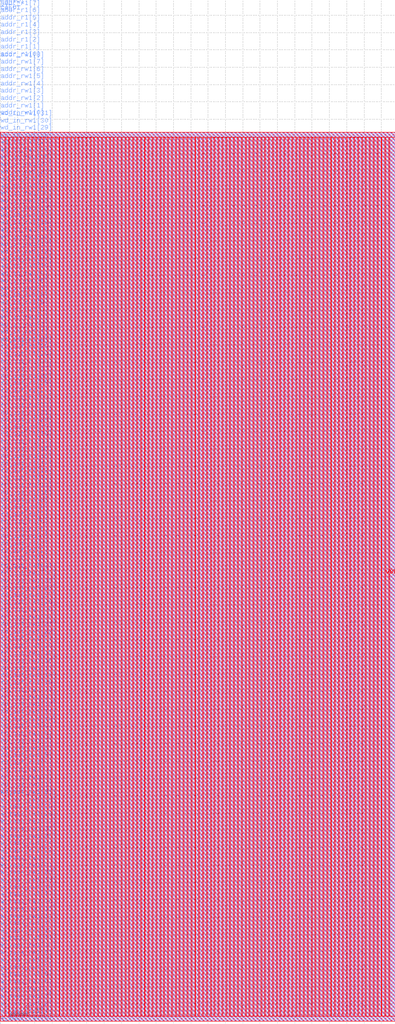
<source format=lef>
VERSION 5.7 ;
BUSBITCHARS "[]" ;
MACRO fakeram_1rw1r_32w384d_8_sram
  FOREIGN fakeram_1rw1r_32w384d_8_sram 0 0 ;
  SYMMETRY X Y R90 ;
  SIZE 114.000 BY 256.200 ;
  CLASS BLOCK ;
  PIN w_mask_rw1[0]
    DIRECTION INPUT ;
    USE SIGNAL ;
    SHAPE ABUTMENT ;
    PORT
      LAYER metal3 ;
      RECT 0.000 -0.595 0.070 -0.525 ;
    END
  END w_mask_rw1[0]
  PIN w_mask_rw1[1]
    DIRECTION INPUT ;
    USE SIGNAL ;
    SHAPE ABUTMENT ;
    PORT
      LAYER metal3 ;
      RECT 0.000 1.505 0.070 1.575 ;
    END
  END w_mask_rw1[1]
  PIN w_mask_rw1[2]
    DIRECTION INPUT ;
    USE SIGNAL ;
    SHAPE ABUTMENT ;
    PORT
      LAYER metal3 ;
      RECT 0.000 3.605 0.070 3.675 ;
    END
  END w_mask_rw1[2]
  PIN w_mask_rw1[3]
    DIRECTION INPUT ;
    USE SIGNAL ;
    SHAPE ABUTMENT ;
    PORT
      LAYER metal3 ;
      RECT 0.000 5.705 0.070 5.775 ;
    END
  END w_mask_rw1[3]
  PIN w_mask_rw1[4]
    DIRECTION INPUT ;
    USE SIGNAL ;
    SHAPE ABUTMENT ;
    PORT
      LAYER metal3 ;
      RECT 0.000 7.805 0.070 7.875 ;
    END
  END w_mask_rw1[4]
  PIN w_mask_rw1[5]
    DIRECTION INPUT ;
    USE SIGNAL ;
    SHAPE ABUTMENT ;
    PORT
      LAYER metal3 ;
      RECT 0.000 9.905 0.070 9.975 ;
    END
  END w_mask_rw1[5]
  PIN w_mask_rw1[6]
    DIRECTION INPUT ;
    USE SIGNAL ;
    SHAPE ABUTMENT ;
    PORT
      LAYER metal3 ;
      RECT 0.000 12.005 0.070 12.075 ;
    END
  END w_mask_rw1[6]
  PIN w_mask_rw1[7]
    DIRECTION INPUT ;
    USE SIGNAL ;
    SHAPE ABUTMENT ;
    PORT
      LAYER metal3 ;
      RECT 0.000 14.105 0.070 14.175 ;
    END
  END w_mask_rw1[7]
  PIN w_mask_rw1[8]
    DIRECTION INPUT ;
    USE SIGNAL ;
    SHAPE ABUTMENT ;
    PORT
      LAYER metal3 ;
      RECT 0.000 16.205 0.070 16.275 ;
    END
  END w_mask_rw1[8]
  PIN w_mask_rw1[9]
    DIRECTION INPUT ;
    USE SIGNAL ;
    SHAPE ABUTMENT ;
    PORT
      LAYER metal3 ;
      RECT 0.000 18.305 0.070 18.375 ;
    END
  END w_mask_rw1[9]
  PIN w_mask_rw1[10]
    DIRECTION INPUT ;
    USE SIGNAL ;
    SHAPE ABUTMENT ;
    PORT
      LAYER metal3 ;
      RECT 0.000 20.405 0.070 20.475 ;
    END
  END w_mask_rw1[10]
  PIN w_mask_rw1[11]
    DIRECTION INPUT ;
    USE SIGNAL ;
    SHAPE ABUTMENT ;
    PORT
      LAYER metal3 ;
      RECT 0.000 22.505 0.070 22.575 ;
    END
  END w_mask_rw1[11]
  PIN w_mask_rw1[12]
    DIRECTION INPUT ;
    USE SIGNAL ;
    SHAPE ABUTMENT ;
    PORT
      LAYER metal3 ;
      RECT 0.000 24.605 0.070 24.675 ;
    END
  END w_mask_rw1[12]
  PIN w_mask_rw1[13]
    DIRECTION INPUT ;
    USE SIGNAL ;
    SHAPE ABUTMENT ;
    PORT
      LAYER metal3 ;
      RECT 0.000 26.705 0.070 26.775 ;
    END
  END w_mask_rw1[13]
  PIN w_mask_rw1[14]
    DIRECTION INPUT ;
    USE SIGNAL ;
    SHAPE ABUTMENT ;
    PORT
      LAYER metal3 ;
      RECT 0.000 28.805 0.070 28.875 ;
    END
  END w_mask_rw1[14]
  PIN w_mask_rw1[15]
    DIRECTION INPUT ;
    USE SIGNAL ;
    SHAPE ABUTMENT ;
    PORT
      LAYER metal3 ;
      RECT 0.000 30.905 0.070 30.975 ;
    END
  END w_mask_rw1[15]
  PIN w_mask_rw1[16]
    DIRECTION INPUT ;
    USE SIGNAL ;
    SHAPE ABUTMENT ;
    PORT
      LAYER metal3 ;
      RECT 0.000 33.005 0.070 33.075 ;
    END
  END w_mask_rw1[16]
  PIN w_mask_rw1[17]
    DIRECTION INPUT ;
    USE SIGNAL ;
    SHAPE ABUTMENT ;
    PORT
      LAYER metal3 ;
      RECT 0.000 35.105 0.070 35.175 ;
    END
  END w_mask_rw1[17]
  PIN w_mask_rw1[18]
    DIRECTION INPUT ;
    USE SIGNAL ;
    SHAPE ABUTMENT ;
    PORT
      LAYER metal3 ;
      RECT 0.000 37.205 0.070 37.275 ;
    END
  END w_mask_rw1[18]
  PIN w_mask_rw1[19]
    DIRECTION INPUT ;
    USE SIGNAL ;
    SHAPE ABUTMENT ;
    PORT
      LAYER metal3 ;
      RECT 0.000 39.305 0.070 39.375 ;
    END
  END w_mask_rw1[19]
  PIN w_mask_rw1[20]
    DIRECTION INPUT ;
    USE SIGNAL ;
    SHAPE ABUTMENT ;
    PORT
      LAYER metal3 ;
      RECT 0.000 41.405 0.070 41.475 ;
    END
  END w_mask_rw1[20]
  PIN w_mask_rw1[21]
    DIRECTION INPUT ;
    USE SIGNAL ;
    SHAPE ABUTMENT ;
    PORT
      LAYER metal3 ;
      RECT 0.000 43.505 0.070 43.575 ;
    END
  END w_mask_rw1[21]
  PIN w_mask_rw1[22]
    DIRECTION INPUT ;
    USE SIGNAL ;
    SHAPE ABUTMENT ;
    PORT
      LAYER metal3 ;
      RECT 0.000 45.605 0.070 45.675 ;
    END
  END w_mask_rw1[22]
  PIN w_mask_rw1[23]
    DIRECTION INPUT ;
    USE SIGNAL ;
    SHAPE ABUTMENT ;
    PORT
      LAYER metal3 ;
      RECT 0.000 47.705 0.070 47.775 ;
    END
  END w_mask_rw1[23]
  PIN w_mask_rw1[24]
    DIRECTION INPUT ;
    USE SIGNAL ;
    SHAPE ABUTMENT ;
    PORT
      LAYER metal3 ;
      RECT 0.000 49.805 0.070 49.875 ;
    END
  END w_mask_rw1[24]
  PIN w_mask_rw1[25]
    DIRECTION INPUT ;
    USE SIGNAL ;
    SHAPE ABUTMENT ;
    PORT
      LAYER metal3 ;
      RECT 0.000 51.905 0.070 51.975 ;
    END
  END w_mask_rw1[25]
  PIN w_mask_rw1[26]
    DIRECTION INPUT ;
    USE SIGNAL ;
    SHAPE ABUTMENT ;
    PORT
      LAYER metal3 ;
      RECT 0.000 54.005 0.070 54.075 ;
    END
  END w_mask_rw1[26]
  PIN w_mask_rw1[27]
    DIRECTION INPUT ;
    USE SIGNAL ;
    SHAPE ABUTMENT ;
    PORT
      LAYER metal3 ;
      RECT 0.000 56.105 0.070 56.175 ;
    END
  END w_mask_rw1[27]
  PIN w_mask_rw1[28]
    DIRECTION INPUT ;
    USE SIGNAL ;
    SHAPE ABUTMENT ;
    PORT
      LAYER metal3 ;
      RECT 0.000 58.205 0.070 58.275 ;
    END
  END w_mask_rw1[28]
  PIN w_mask_rw1[29]
    DIRECTION INPUT ;
    USE SIGNAL ;
    SHAPE ABUTMENT ;
    PORT
      LAYER metal3 ;
      RECT 0.000 60.305 0.070 60.375 ;
    END
  END w_mask_rw1[29]
  PIN w_mask_rw1[30]
    DIRECTION INPUT ;
    USE SIGNAL ;
    SHAPE ABUTMENT ;
    PORT
      LAYER metal3 ;
      RECT 0.000 62.405 0.070 62.475 ;
    END
  END w_mask_rw1[30]
  PIN w_mask_rw1[31]
    DIRECTION INPUT ;
    USE SIGNAL ;
    SHAPE ABUTMENT ;
    PORT
      LAYER metal3 ;
      RECT 0.000 64.505 0.070 64.575 ;
    END
  END w_mask_rw1[31]
  PIN rd_out_rw1[0]
    DIRECTION OUTPUT ;
    USE SIGNAL ;
    SHAPE ABUTMENT ;
    PORT
      LAYER metal3 ;
      RECT 0.000 64.645 0.070 64.715 ;
    END
  END rd_out_rw1[0]
  PIN rd_out_rw1[1]
    DIRECTION OUTPUT ;
    USE SIGNAL ;
    SHAPE ABUTMENT ;
    PORT
      LAYER metal3 ;
      RECT 0.000 66.745 0.070 66.815 ;
    END
  END rd_out_rw1[1]
  PIN rd_out_rw1[2]
    DIRECTION OUTPUT ;
    USE SIGNAL ;
    SHAPE ABUTMENT ;
    PORT
      LAYER metal3 ;
      RECT 0.000 68.845 0.070 68.915 ;
    END
  END rd_out_rw1[2]
  PIN rd_out_rw1[3]
    DIRECTION OUTPUT ;
    USE SIGNAL ;
    SHAPE ABUTMENT ;
    PORT
      LAYER metal3 ;
      RECT 0.000 70.945 0.070 71.015 ;
    END
  END rd_out_rw1[3]
  PIN rd_out_rw1[4]
    DIRECTION OUTPUT ;
    USE SIGNAL ;
    SHAPE ABUTMENT ;
    PORT
      LAYER metal3 ;
      RECT 0.000 73.045 0.070 73.115 ;
    END
  END rd_out_rw1[4]
  PIN rd_out_rw1[5]
    DIRECTION OUTPUT ;
    USE SIGNAL ;
    SHAPE ABUTMENT ;
    PORT
      LAYER metal3 ;
      RECT 0.000 75.145 0.070 75.215 ;
    END
  END rd_out_rw1[5]
  PIN rd_out_rw1[6]
    DIRECTION OUTPUT ;
    USE SIGNAL ;
    SHAPE ABUTMENT ;
    PORT
      LAYER metal3 ;
      RECT 0.000 77.245 0.070 77.315 ;
    END
  END rd_out_rw1[6]
  PIN rd_out_rw1[7]
    DIRECTION OUTPUT ;
    USE SIGNAL ;
    SHAPE ABUTMENT ;
    PORT
      LAYER metal3 ;
      RECT 0.000 79.345 0.070 79.415 ;
    END
  END rd_out_rw1[7]
  PIN rd_out_rw1[8]
    DIRECTION OUTPUT ;
    USE SIGNAL ;
    SHAPE ABUTMENT ;
    PORT
      LAYER metal3 ;
      RECT 0.000 81.445 0.070 81.515 ;
    END
  END rd_out_rw1[8]
  PIN rd_out_rw1[9]
    DIRECTION OUTPUT ;
    USE SIGNAL ;
    SHAPE ABUTMENT ;
    PORT
      LAYER metal3 ;
      RECT 0.000 83.545 0.070 83.615 ;
    END
  END rd_out_rw1[9]
  PIN rd_out_rw1[10]
    DIRECTION OUTPUT ;
    USE SIGNAL ;
    SHAPE ABUTMENT ;
    PORT
      LAYER metal3 ;
      RECT 0.000 85.645 0.070 85.715 ;
    END
  END rd_out_rw1[10]
  PIN rd_out_rw1[11]
    DIRECTION OUTPUT ;
    USE SIGNAL ;
    SHAPE ABUTMENT ;
    PORT
      LAYER metal3 ;
      RECT 0.000 87.745 0.070 87.815 ;
    END
  END rd_out_rw1[11]
  PIN rd_out_rw1[12]
    DIRECTION OUTPUT ;
    USE SIGNAL ;
    SHAPE ABUTMENT ;
    PORT
      LAYER metal3 ;
      RECT 0.000 89.845 0.070 89.915 ;
    END
  END rd_out_rw1[12]
  PIN rd_out_rw1[13]
    DIRECTION OUTPUT ;
    USE SIGNAL ;
    SHAPE ABUTMENT ;
    PORT
      LAYER metal3 ;
      RECT 0.000 91.945 0.070 92.015 ;
    END
  END rd_out_rw1[13]
  PIN rd_out_rw1[14]
    DIRECTION OUTPUT ;
    USE SIGNAL ;
    SHAPE ABUTMENT ;
    PORT
      LAYER metal3 ;
      RECT 0.000 94.045 0.070 94.115 ;
    END
  END rd_out_rw1[14]
  PIN rd_out_rw1[15]
    DIRECTION OUTPUT ;
    USE SIGNAL ;
    SHAPE ABUTMENT ;
    PORT
      LAYER metal3 ;
      RECT 0.000 96.145 0.070 96.215 ;
    END
  END rd_out_rw1[15]
  PIN rd_out_rw1[16]
    DIRECTION OUTPUT ;
    USE SIGNAL ;
    SHAPE ABUTMENT ;
    PORT
      LAYER metal3 ;
      RECT 0.000 98.245 0.070 98.315 ;
    END
  END rd_out_rw1[16]
  PIN rd_out_rw1[17]
    DIRECTION OUTPUT ;
    USE SIGNAL ;
    SHAPE ABUTMENT ;
    PORT
      LAYER metal3 ;
      RECT 0.000 100.345 0.070 100.415 ;
    END
  END rd_out_rw1[17]
  PIN rd_out_rw1[18]
    DIRECTION OUTPUT ;
    USE SIGNAL ;
    SHAPE ABUTMENT ;
    PORT
      LAYER metal3 ;
      RECT 0.000 102.445 0.070 102.515 ;
    END
  END rd_out_rw1[18]
  PIN rd_out_rw1[19]
    DIRECTION OUTPUT ;
    USE SIGNAL ;
    SHAPE ABUTMENT ;
    PORT
      LAYER metal3 ;
      RECT 0.000 104.545 0.070 104.615 ;
    END
  END rd_out_rw1[19]
  PIN rd_out_rw1[20]
    DIRECTION OUTPUT ;
    USE SIGNAL ;
    SHAPE ABUTMENT ;
    PORT
      LAYER metal3 ;
      RECT 0.000 106.645 0.070 106.715 ;
    END
  END rd_out_rw1[20]
  PIN rd_out_rw1[21]
    DIRECTION OUTPUT ;
    USE SIGNAL ;
    SHAPE ABUTMENT ;
    PORT
      LAYER metal3 ;
      RECT 0.000 108.745 0.070 108.815 ;
    END
  END rd_out_rw1[21]
  PIN rd_out_rw1[22]
    DIRECTION OUTPUT ;
    USE SIGNAL ;
    SHAPE ABUTMENT ;
    PORT
      LAYER metal3 ;
      RECT 0.000 110.845 0.070 110.915 ;
    END
  END rd_out_rw1[22]
  PIN rd_out_rw1[23]
    DIRECTION OUTPUT ;
    USE SIGNAL ;
    SHAPE ABUTMENT ;
    PORT
      LAYER metal3 ;
      RECT 0.000 112.945 0.070 113.015 ;
    END
  END rd_out_rw1[23]
  PIN rd_out_rw1[24]
    DIRECTION OUTPUT ;
    USE SIGNAL ;
    SHAPE ABUTMENT ;
    PORT
      LAYER metal3 ;
      RECT 0.000 115.045 0.070 115.115 ;
    END
  END rd_out_rw1[24]
  PIN rd_out_rw1[25]
    DIRECTION OUTPUT ;
    USE SIGNAL ;
    SHAPE ABUTMENT ;
    PORT
      LAYER metal3 ;
      RECT 0.000 117.145 0.070 117.215 ;
    END
  END rd_out_rw1[25]
  PIN rd_out_rw1[26]
    DIRECTION OUTPUT ;
    USE SIGNAL ;
    SHAPE ABUTMENT ;
    PORT
      LAYER metal3 ;
      RECT 0.000 119.245 0.070 119.315 ;
    END
  END rd_out_rw1[26]
  PIN rd_out_rw1[27]
    DIRECTION OUTPUT ;
    USE SIGNAL ;
    SHAPE ABUTMENT ;
    PORT
      LAYER metal3 ;
      RECT 0.000 121.345 0.070 121.415 ;
    END
  END rd_out_rw1[27]
  PIN rd_out_rw1[28]
    DIRECTION OUTPUT ;
    USE SIGNAL ;
    SHAPE ABUTMENT ;
    PORT
      LAYER metal3 ;
      RECT 0.000 123.445 0.070 123.515 ;
    END
  END rd_out_rw1[28]
  PIN rd_out_rw1[29]
    DIRECTION OUTPUT ;
    USE SIGNAL ;
    SHAPE ABUTMENT ;
    PORT
      LAYER metal3 ;
      RECT 0.000 125.545 0.070 125.615 ;
    END
  END rd_out_rw1[29]
  PIN rd_out_rw1[30]
    DIRECTION OUTPUT ;
    USE SIGNAL ;
    SHAPE ABUTMENT ;
    PORT
      LAYER metal3 ;
      RECT 0.000 127.645 0.070 127.715 ;
    END
  END rd_out_rw1[30]
  PIN rd_out_rw1[31]
    DIRECTION OUTPUT ;
    USE SIGNAL ;
    SHAPE ABUTMENT ;
    PORT
      LAYER metal3 ;
      RECT 0.000 129.745 0.070 129.815 ;
    END
  END rd_out_rw1[31]
  PIN rd_out_r1[0]
    DIRECTION OUTPUT ;
    USE SIGNAL ;
    SHAPE ABUTMENT ;
    PORT
      LAYER metal3 ;
      RECT 0.000 129.885 0.070 129.955 ;
    END
  END rd_out_r1[0]
  PIN rd_out_r1[1]
    DIRECTION OUTPUT ;
    USE SIGNAL ;
    SHAPE ABUTMENT ;
    PORT
      LAYER metal3 ;
      RECT 0.000 131.985 0.070 132.055 ;
    END
  END rd_out_r1[1]
  PIN rd_out_r1[2]
    DIRECTION OUTPUT ;
    USE SIGNAL ;
    SHAPE ABUTMENT ;
    PORT
      LAYER metal3 ;
      RECT 0.000 134.085 0.070 134.155 ;
    END
  END rd_out_r1[2]
  PIN rd_out_r1[3]
    DIRECTION OUTPUT ;
    USE SIGNAL ;
    SHAPE ABUTMENT ;
    PORT
      LAYER metal3 ;
      RECT 0.000 136.185 0.070 136.255 ;
    END
  END rd_out_r1[3]
  PIN rd_out_r1[4]
    DIRECTION OUTPUT ;
    USE SIGNAL ;
    SHAPE ABUTMENT ;
    PORT
      LAYER metal3 ;
      RECT 0.000 138.285 0.070 138.355 ;
    END
  END rd_out_r1[4]
  PIN rd_out_r1[5]
    DIRECTION OUTPUT ;
    USE SIGNAL ;
    SHAPE ABUTMENT ;
    PORT
      LAYER metal3 ;
      RECT 0.000 140.385 0.070 140.455 ;
    END
  END rd_out_r1[5]
  PIN rd_out_r1[6]
    DIRECTION OUTPUT ;
    USE SIGNAL ;
    SHAPE ABUTMENT ;
    PORT
      LAYER metal3 ;
      RECT 0.000 142.485 0.070 142.555 ;
    END
  END rd_out_r1[6]
  PIN rd_out_r1[7]
    DIRECTION OUTPUT ;
    USE SIGNAL ;
    SHAPE ABUTMENT ;
    PORT
      LAYER metal3 ;
      RECT 0.000 144.585 0.070 144.655 ;
    END
  END rd_out_r1[7]
  PIN rd_out_r1[8]
    DIRECTION OUTPUT ;
    USE SIGNAL ;
    SHAPE ABUTMENT ;
    PORT
      LAYER metal3 ;
      RECT 0.000 146.685 0.070 146.755 ;
    END
  END rd_out_r1[8]
  PIN rd_out_r1[9]
    DIRECTION OUTPUT ;
    USE SIGNAL ;
    SHAPE ABUTMENT ;
    PORT
      LAYER metal3 ;
      RECT 0.000 148.785 0.070 148.855 ;
    END
  END rd_out_r1[9]
  PIN rd_out_r1[10]
    DIRECTION OUTPUT ;
    USE SIGNAL ;
    SHAPE ABUTMENT ;
    PORT
      LAYER metal3 ;
      RECT 0.000 150.885 0.070 150.955 ;
    END
  END rd_out_r1[10]
  PIN rd_out_r1[11]
    DIRECTION OUTPUT ;
    USE SIGNAL ;
    SHAPE ABUTMENT ;
    PORT
      LAYER metal3 ;
      RECT 0.000 152.985 0.070 153.055 ;
    END
  END rd_out_r1[11]
  PIN rd_out_r1[12]
    DIRECTION OUTPUT ;
    USE SIGNAL ;
    SHAPE ABUTMENT ;
    PORT
      LAYER metal3 ;
      RECT 0.000 155.085 0.070 155.155 ;
    END
  END rd_out_r1[12]
  PIN rd_out_r1[13]
    DIRECTION OUTPUT ;
    USE SIGNAL ;
    SHAPE ABUTMENT ;
    PORT
      LAYER metal3 ;
      RECT 0.000 157.185 0.070 157.255 ;
    END
  END rd_out_r1[13]
  PIN rd_out_r1[14]
    DIRECTION OUTPUT ;
    USE SIGNAL ;
    SHAPE ABUTMENT ;
    PORT
      LAYER metal3 ;
      RECT 0.000 159.285 0.070 159.355 ;
    END
  END rd_out_r1[14]
  PIN rd_out_r1[15]
    DIRECTION OUTPUT ;
    USE SIGNAL ;
    SHAPE ABUTMENT ;
    PORT
      LAYER metal3 ;
      RECT 0.000 161.385 0.070 161.455 ;
    END
  END rd_out_r1[15]
  PIN rd_out_r1[16]
    DIRECTION OUTPUT ;
    USE SIGNAL ;
    SHAPE ABUTMENT ;
    PORT
      LAYER metal3 ;
      RECT 0.000 163.485 0.070 163.555 ;
    END
  END rd_out_r1[16]
  PIN rd_out_r1[17]
    DIRECTION OUTPUT ;
    USE SIGNAL ;
    SHAPE ABUTMENT ;
    PORT
      LAYER metal3 ;
      RECT 0.000 165.585 0.070 165.655 ;
    END
  END rd_out_r1[17]
  PIN rd_out_r1[18]
    DIRECTION OUTPUT ;
    USE SIGNAL ;
    SHAPE ABUTMENT ;
    PORT
      LAYER metal3 ;
      RECT 0.000 167.685 0.070 167.755 ;
    END
  END rd_out_r1[18]
  PIN rd_out_r1[19]
    DIRECTION OUTPUT ;
    USE SIGNAL ;
    SHAPE ABUTMENT ;
    PORT
      LAYER metal3 ;
      RECT 0.000 169.785 0.070 169.855 ;
    END
  END rd_out_r1[19]
  PIN rd_out_r1[20]
    DIRECTION OUTPUT ;
    USE SIGNAL ;
    SHAPE ABUTMENT ;
    PORT
      LAYER metal3 ;
      RECT 0.000 171.885 0.070 171.955 ;
    END
  END rd_out_r1[20]
  PIN rd_out_r1[21]
    DIRECTION OUTPUT ;
    USE SIGNAL ;
    SHAPE ABUTMENT ;
    PORT
      LAYER metal3 ;
      RECT 0.000 173.985 0.070 174.055 ;
    END
  END rd_out_r1[21]
  PIN rd_out_r1[22]
    DIRECTION OUTPUT ;
    USE SIGNAL ;
    SHAPE ABUTMENT ;
    PORT
      LAYER metal3 ;
      RECT 0.000 176.085 0.070 176.155 ;
    END
  END rd_out_r1[22]
  PIN rd_out_r1[23]
    DIRECTION OUTPUT ;
    USE SIGNAL ;
    SHAPE ABUTMENT ;
    PORT
      LAYER metal3 ;
      RECT 0.000 178.185 0.070 178.255 ;
    END
  END rd_out_r1[23]
  PIN rd_out_r1[24]
    DIRECTION OUTPUT ;
    USE SIGNAL ;
    SHAPE ABUTMENT ;
    PORT
      LAYER metal3 ;
      RECT 0.000 180.285 0.070 180.355 ;
    END
  END rd_out_r1[24]
  PIN rd_out_r1[25]
    DIRECTION OUTPUT ;
    USE SIGNAL ;
    SHAPE ABUTMENT ;
    PORT
      LAYER metal3 ;
      RECT 0.000 182.385 0.070 182.455 ;
    END
  END rd_out_r1[25]
  PIN rd_out_r1[26]
    DIRECTION OUTPUT ;
    USE SIGNAL ;
    SHAPE ABUTMENT ;
    PORT
      LAYER metal3 ;
      RECT 0.000 184.485 0.070 184.555 ;
    END
  END rd_out_r1[26]
  PIN rd_out_r1[27]
    DIRECTION OUTPUT ;
    USE SIGNAL ;
    SHAPE ABUTMENT ;
    PORT
      LAYER metal3 ;
      RECT 0.000 186.585 0.070 186.655 ;
    END
  END rd_out_r1[27]
  PIN rd_out_r1[28]
    DIRECTION OUTPUT ;
    USE SIGNAL ;
    SHAPE ABUTMENT ;
    PORT
      LAYER metal3 ;
      RECT 0.000 188.685 0.070 188.755 ;
    END
  END rd_out_r1[28]
  PIN rd_out_r1[29]
    DIRECTION OUTPUT ;
    USE SIGNAL ;
    SHAPE ABUTMENT ;
    PORT
      LAYER metal3 ;
      RECT 0.000 190.785 0.070 190.855 ;
    END
  END rd_out_r1[29]
  PIN rd_out_r1[30]
    DIRECTION OUTPUT ;
    USE SIGNAL ;
    SHAPE ABUTMENT ;
    PORT
      LAYER metal3 ;
      RECT 0.000 192.885 0.070 192.955 ;
    END
  END rd_out_r1[30]
  PIN rd_out_r1[31]
    DIRECTION OUTPUT ;
    USE SIGNAL ;
    SHAPE ABUTMENT ;
    PORT
      LAYER metal3 ;
      RECT 0.000 194.985 0.070 195.055 ;
    END
  END rd_out_r1[31]
  PIN wd_in_rw1[0]
    DIRECTION INPUT ;
    USE SIGNAL ;
    SHAPE ABUTMENT ;
    PORT
      LAYER metal3 ;
      RECT 0.000 195.125 0.070 195.195 ;
    END
  END wd_in_rw1[0]
  PIN wd_in_rw1[1]
    DIRECTION INPUT ;
    USE SIGNAL ;
    SHAPE ABUTMENT ;
    PORT
      LAYER metal3 ;
      RECT 0.000 197.225 0.070 197.295 ;
    END
  END wd_in_rw1[1]
  PIN wd_in_rw1[2]
    DIRECTION INPUT ;
    USE SIGNAL ;
    SHAPE ABUTMENT ;
    PORT
      LAYER metal3 ;
      RECT 0.000 199.325 0.070 199.395 ;
    END
  END wd_in_rw1[2]
  PIN wd_in_rw1[3]
    DIRECTION INPUT ;
    USE SIGNAL ;
    SHAPE ABUTMENT ;
    PORT
      LAYER metal3 ;
      RECT 0.000 201.425 0.070 201.495 ;
    END
  END wd_in_rw1[3]
  PIN wd_in_rw1[4]
    DIRECTION INPUT ;
    USE SIGNAL ;
    SHAPE ABUTMENT ;
    PORT
      LAYER metal3 ;
      RECT 0.000 203.525 0.070 203.595 ;
    END
  END wd_in_rw1[4]
  PIN wd_in_rw1[5]
    DIRECTION INPUT ;
    USE SIGNAL ;
    SHAPE ABUTMENT ;
    PORT
      LAYER metal3 ;
      RECT 0.000 205.625 0.070 205.695 ;
    END
  END wd_in_rw1[5]
  PIN wd_in_rw1[6]
    DIRECTION INPUT ;
    USE SIGNAL ;
    SHAPE ABUTMENT ;
    PORT
      LAYER metal3 ;
      RECT 0.000 207.725 0.070 207.795 ;
    END
  END wd_in_rw1[6]
  PIN wd_in_rw1[7]
    DIRECTION INPUT ;
    USE SIGNAL ;
    SHAPE ABUTMENT ;
    PORT
      LAYER metal3 ;
      RECT 0.000 209.825 0.070 209.895 ;
    END
  END wd_in_rw1[7]
  PIN wd_in_rw1[8]
    DIRECTION INPUT ;
    USE SIGNAL ;
    SHAPE ABUTMENT ;
    PORT
      LAYER metal3 ;
      RECT 0.000 211.925 0.070 211.995 ;
    END
  END wd_in_rw1[8]
  PIN wd_in_rw1[9]
    DIRECTION INPUT ;
    USE SIGNAL ;
    SHAPE ABUTMENT ;
    PORT
      LAYER metal3 ;
      RECT 0.000 214.025 0.070 214.095 ;
    END
  END wd_in_rw1[9]
  PIN wd_in_rw1[10]
    DIRECTION INPUT ;
    USE SIGNAL ;
    SHAPE ABUTMENT ;
    PORT
      LAYER metal3 ;
      RECT 0.000 216.125 0.070 216.195 ;
    END
  END wd_in_rw1[10]
  PIN wd_in_rw1[11]
    DIRECTION INPUT ;
    USE SIGNAL ;
    SHAPE ABUTMENT ;
    PORT
      LAYER metal3 ;
      RECT 0.000 218.225 0.070 218.295 ;
    END
  END wd_in_rw1[11]
  PIN wd_in_rw1[12]
    DIRECTION INPUT ;
    USE SIGNAL ;
    SHAPE ABUTMENT ;
    PORT
      LAYER metal3 ;
      RECT 0.000 220.325 0.070 220.395 ;
    END
  END wd_in_rw1[12]
  PIN wd_in_rw1[13]
    DIRECTION INPUT ;
    USE SIGNAL ;
    SHAPE ABUTMENT ;
    PORT
      LAYER metal3 ;
      RECT 0.000 222.425 0.070 222.495 ;
    END
  END wd_in_rw1[13]
  PIN wd_in_rw1[14]
    DIRECTION INPUT ;
    USE SIGNAL ;
    SHAPE ABUTMENT ;
    PORT
      LAYER metal3 ;
      RECT 0.000 224.525 0.070 224.595 ;
    END
  END wd_in_rw1[14]
  PIN wd_in_rw1[15]
    DIRECTION INPUT ;
    USE SIGNAL ;
    SHAPE ABUTMENT ;
    PORT
      LAYER metal3 ;
      RECT 0.000 226.625 0.070 226.695 ;
    END
  END wd_in_rw1[15]
  PIN wd_in_rw1[16]
    DIRECTION INPUT ;
    USE SIGNAL ;
    SHAPE ABUTMENT ;
    PORT
      LAYER metal3 ;
      RECT 0.000 228.725 0.070 228.795 ;
    END
  END wd_in_rw1[16]
  PIN wd_in_rw1[17]
    DIRECTION INPUT ;
    USE SIGNAL ;
    SHAPE ABUTMENT ;
    PORT
      LAYER metal3 ;
      RECT 0.000 230.825 0.070 230.895 ;
    END
  END wd_in_rw1[17]
  PIN wd_in_rw1[18]
    DIRECTION INPUT ;
    USE SIGNAL ;
    SHAPE ABUTMENT ;
    PORT
      LAYER metal3 ;
      RECT 0.000 232.925 0.070 232.995 ;
    END
  END wd_in_rw1[18]
  PIN wd_in_rw1[19]
    DIRECTION INPUT ;
    USE SIGNAL ;
    SHAPE ABUTMENT ;
    PORT
      LAYER metal3 ;
      RECT 0.000 235.025 0.070 235.095 ;
    END
  END wd_in_rw1[19]
  PIN wd_in_rw1[20]
    DIRECTION INPUT ;
    USE SIGNAL ;
    SHAPE ABUTMENT ;
    PORT
      LAYER metal3 ;
      RECT 0.000 237.125 0.070 237.195 ;
    END
  END wd_in_rw1[20]
  PIN wd_in_rw1[21]
    DIRECTION INPUT ;
    USE SIGNAL ;
    SHAPE ABUTMENT ;
    PORT
      LAYER metal3 ;
      RECT 0.000 239.225 0.070 239.295 ;
    END
  END wd_in_rw1[21]
  PIN wd_in_rw1[22]
    DIRECTION INPUT ;
    USE SIGNAL ;
    SHAPE ABUTMENT ;
    PORT
      LAYER metal3 ;
      RECT 0.000 241.325 0.070 241.395 ;
    END
  END wd_in_rw1[22]
  PIN wd_in_rw1[23]
    DIRECTION INPUT ;
    USE SIGNAL ;
    SHAPE ABUTMENT ;
    PORT
      LAYER metal3 ;
      RECT 0.000 243.425 0.070 243.495 ;
    END
  END wd_in_rw1[23]
  PIN wd_in_rw1[24]
    DIRECTION INPUT ;
    USE SIGNAL ;
    SHAPE ABUTMENT ;
    PORT
      LAYER metal3 ;
      RECT 0.000 245.525 0.070 245.595 ;
    END
  END wd_in_rw1[24]
  PIN wd_in_rw1[25]
    DIRECTION INPUT ;
    USE SIGNAL ;
    SHAPE ABUTMENT ;
    PORT
      LAYER metal3 ;
      RECT 0.000 247.625 0.070 247.695 ;
    END
  END wd_in_rw1[25]
  PIN wd_in_rw1[26]
    DIRECTION INPUT ;
    USE SIGNAL ;
    SHAPE ABUTMENT ;
    PORT
      LAYER metal3 ;
      RECT 0.000 249.725 0.070 249.795 ;
    END
  END wd_in_rw1[26]
  PIN wd_in_rw1[27]
    DIRECTION INPUT ;
    USE SIGNAL ;
    SHAPE ABUTMENT ;
    PORT
      LAYER metal3 ;
      RECT 0.000 251.825 0.070 251.895 ;
    END
  END wd_in_rw1[27]
  PIN wd_in_rw1[28]
    DIRECTION INPUT ;
    USE SIGNAL ;
    SHAPE ABUTMENT ;
    PORT
      LAYER metal3 ;
      RECT 0.000 253.925 0.070 253.995 ;
    END
  END wd_in_rw1[28]
  PIN wd_in_rw1[29]
    DIRECTION INPUT ;
    USE SIGNAL ;
    SHAPE ABUTMENT ;
    PORT
      LAYER metal3 ;
      RECT 0.000 256.025 0.070 256.095 ;
    END
  END wd_in_rw1[29]
  PIN wd_in_rw1[30]
    DIRECTION INPUT ;
    USE SIGNAL ;
    SHAPE ABUTMENT ;
    PORT
      LAYER metal3 ;
      RECT 0.000 258.125 0.070 258.195 ;
    END
  END wd_in_rw1[30]
  PIN wd_in_rw1[31]
    DIRECTION INPUT ;
    USE SIGNAL ;
    SHAPE ABUTMENT ;
    PORT
      LAYER metal3 ;
      RECT 0.000 260.225 0.070 260.295 ;
    END
  END wd_in_rw1[31]
  PIN addr_rw1[0]
    DIRECTION INPUT ;
    USE SIGNAL ;
    SHAPE ABUTMENT ;
    PORT
      LAYER metal3 ;
      RECT 0.000 260.365 0.070 260.435 ;
    END
  END addr_rw1[0]
  PIN addr_rw1[1]
    DIRECTION INPUT ;
    USE SIGNAL ;
    SHAPE ABUTMENT ;
    PORT
      LAYER metal3 ;
      RECT 0.000 262.465 0.070 262.535 ;
    END
  END addr_rw1[1]
  PIN addr_rw1[2]
    DIRECTION INPUT ;
    USE SIGNAL ;
    SHAPE ABUTMENT ;
    PORT
      LAYER metal3 ;
      RECT 0.000 264.565 0.070 264.635 ;
    END
  END addr_rw1[2]
  PIN addr_rw1[3]
    DIRECTION INPUT ;
    USE SIGNAL ;
    SHAPE ABUTMENT ;
    PORT
      LAYER metal3 ;
      RECT 0.000 266.665 0.070 266.735 ;
    END
  END addr_rw1[3]
  PIN addr_rw1[4]
    DIRECTION INPUT ;
    USE SIGNAL ;
    SHAPE ABUTMENT ;
    PORT
      LAYER metal3 ;
      RECT 0.000 268.765 0.070 268.835 ;
    END
  END addr_rw1[4]
  PIN addr_rw1[5]
    DIRECTION INPUT ;
    USE SIGNAL ;
    SHAPE ABUTMENT ;
    PORT
      LAYER metal3 ;
      RECT 0.000 270.865 0.070 270.935 ;
    END
  END addr_rw1[5]
  PIN addr_rw1[6]
    DIRECTION INPUT ;
    USE SIGNAL ;
    SHAPE ABUTMENT ;
    PORT
      LAYER metal3 ;
      RECT 0.000 272.965 0.070 273.035 ;
    END
  END addr_rw1[6]
  PIN addr_rw1[7]
    DIRECTION INPUT ;
    USE SIGNAL ;
    SHAPE ABUTMENT ;
    PORT
      LAYER metal3 ;
      RECT 0.000 275.065 0.070 275.135 ;
    END
  END addr_rw1[7]
  PIN addr_rw1[8]
    DIRECTION INPUT ;
    USE SIGNAL ;
    SHAPE ABUTMENT ;
    PORT
      LAYER metal3 ;
      RECT 0.000 277.165 0.070 277.235 ;
    END
  END addr_rw1[8]
  PIN addr_r1[0]
    DIRECTION INPUT ;
    USE SIGNAL ;
    SHAPE ABUTMENT ;
    PORT
      LAYER metal3 ;
      RECT 0.000 277.305 0.070 277.375 ;
    END
  END addr_r1[0]
  PIN addr_r1[1]
    DIRECTION INPUT ;
    USE SIGNAL ;
    SHAPE ABUTMENT ;
    PORT
      LAYER metal3 ;
      RECT 0.000 279.405 0.070 279.475 ;
    END
  END addr_r1[1]
  PIN addr_r1[2]
    DIRECTION INPUT ;
    USE SIGNAL ;
    SHAPE ABUTMENT ;
    PORT
      LAYER metal3 ;
      RECT 0.000 281.505 0.070 281.575 ;
    END
  END addr_r1[2]
  PIN addr_r1[3]
    DIRECTION INPUT ;
    USE SIGNAL ;
    SHAPE ABUTMENT ;
    PORT
      LAYER metal3 ;
      RECT 0.000 283.605 0.070 283.675 ;
    END
  END addr_r1[3]
  PIN addr_r1[4]
    DIRECTION INPUT ;
    USE SIGNAL ;
    SHAPE ABUTMENT ;
    PORT
      LAYER metal3 ;
      RECT 0.000 285.705 0.070 285.775 ;
    END
  END addr_r1[4]
  PIN addr_r1[5]
    DIRECTION INPUT ;
    USE SIGNAL ;
    SHAPE ABUTMENT ;
    PORT
      LAYER metal3 ;
      RECT 0.000 287.805 0.070 287.875 ;
    END
  END addr_r1[5]
  PIN addr_r1[6]
    DIRECTION INPUT ;
    USE SIGNAL ;
    SHAPE ABUTMENT ;
    PORT
      LAYER metal3 ;
      RECT 0.000 289.905 0.070 289.975 ;
    END
  END addr_r1[6]
  PIN addr_r1[7]
    DIRECTION INPUT ;
    USE SIGNAL ;
    SHAPE ABUTMENT ;
    PORT
      LAYER metal3 ;
      RECT 0.000 292.005 0.070 292.075 ;
    END
  END addr_r1[7]
  PIN addr_r1[8]
    DIRECTION INPUT ;
    USE SIGNAL ;
    SHAPE ABUTMENT ;
    PORT
      LAYER metal3 ;
      RECT 0.000 294.105 0.070 294.175 ;
    END
  END addr_r1[8]
  PIN we_in_rw1
    DIRECTION INPUT ;
    USE SIGNAL ;
    SHAPE ABUTMENT ;
    PORT
      LAYER metal3 ;
      RECT 0.000 294.245 0.070 294.315 ;
    END
  END we_in_rw1
  PIN ce_rw1
    DIRECTION INPUT ;
    USE SIGNAL ;
    SHAPE ABUTMENT ;
    PORT
      LAYER metal3 ;
      RECT 0.000 292.425 0.070 292.495 ;
    END
  END ce_rw1
  PIN ce_r1
    DIRECTION INPUT ;
    USE SIGNAL ;
    SHAPE ABUTMENT ;
    PORT
      LAYER metal3 ;
      RECT 0.000 290.605 0.070 290.675 ;
    END
  END ce_r1
  PIN clk0
    DIRECTION INPUT ;
    USE SIGNAL ;
    SHAPE ABUTMENT ;
    PORT
      LAYER metal3 ;
      RECT 0.000 290.745 0.070 290.815 ;
    END
  END clk0
  PIN clk1
    DIRECTION INPUT ;
    USE SIGNAL ;
    SHAPE ABUTMENT ;
    PORT
      LAYER metal3 ;
      RECT 0.000 292.845 0.070 292.915 ;
    END
  END clk1
  PIN VSS
    DIRECTION INOUT ;
    USE GROUND ;
    PORT
      LAYER metal4 ;
      RECT 1.260 1.400 1.540 254.800 ;
      RECT 3.500 1.400 3.780 254.800 ;
      RECT 5.740 1.400 6.020 254.800 ;
      RECT 7.980 1.400 8.260 254.800 ;
      RECT 10.220 1.400 10.500 254.800 ;
      RECT 12.460 1.400 12.740 254.800 ;
      RECT 14.700 1.400 14.980 254.800 ;
      RECT 16.940 1.400 17.220 254.800 ;
      RECT 19.180 1.400 19.460 254.800 ;
      RECT 21.420 1.400 21.700 254.800 ;
      RECT 23.660 1.400 23.940 254.800 ;
      RECT 25.900 1.400 26.180 254.800 ;
      RECT 28.140 1.400 28.420 254.800 ;
      RECT 30.380 1.400 30.660 254.800 ;
      RECT 32.620 1.400 32.900 254.800 ;
      RECT 34.860 1.400 35.140 254.800 ;
      RECT 37.100 1.400 37.380 254.800 ;
      RECT 39.340 1.400 39.620 254.800 ;
      RECT 41.580 1.400 41.860 254.800 ;
      RECT 43.820 1.400 44.100 254.800 ;
      RECT 46.060 1.400 46.340 254.800 ;
      RECT 48.300 1.400 48.580 254.800 ;
      RECT 50.540 1.400 50.820 254.800 ;
      RECT 52.780 1.400 53.060 254.800 ;
      RECT 55.020 1.400 55.300 254.800 ;
      RECT 57.260 1.400 57.540 254.800 ;
      RECT 59.500 1.400 59.780 254.800 ;
      RECT 61.740 1.400 62.020 254.800 ;
      RECT 63.980 1.400 64.260 254.800 ;
      RECT 66.220 1.400 66.500 254.800 ;
      RECT 68.460 1.400 68.740 254.800 ;
      RECT 70.700 1.400 70.980 254.800 ;
      RECT 72.940 1.400 73.220 254.800 ;
      RECT 75.180 1.400 75.460 254.800 ;
      RECT 77.420 1.400 77.700 254.800 ;
      RECT 79.660 1.400 79.940 254.800 ;
      RECT 81.900 1.400 82.180 254.800 ;
      RECT 84.140 1.400 84.420 254.800 ;
      RECT 86.380 1.400 86.660 254.800 ;
      RECT 88.620 1.400 88.900 254.800 ;
      RECT 90.860 1.400 91.140 254.800 ;
      RECT 93.100 1.400 93.380 254.800 ;
      RECT 95.340 1.400 95.620 254.800 ;
      RECT 97.580 1.400 97.860 254.800 ;
      RECT 99.820 1.400 100.100 254.800 ;
      RECT 102.060 1.400 102.340 254.800 ;
      RECT 104.300 1.400 104.580 254.800 ;
      RECT 106.540 1.400 106.820 254.800 ;
      RECT 108.780 1.400 109.060 254.800 ;
      RECT 111.020 1.400 111.300 254.800 ;
    END
  END VSS
  PIN VDD
    DIRECTION INOUT ;
    USE POWER ;
    PORT
      LAYER metal4 ;
      RECT 2.380 1.400 2.660 254.800 ;
      RECT 4.620 1.400 4.900 254.800 ;
      RECT 6.860 1.400 7.140 254.800 ;
      RECT 9.100 1.400 9.380 254.800 ;
      RECT 11.340 1.400 11.620 254.800 ;
      RECT 13.580 1.400 13.860 254.800 ;
      RECT 15.820 1.400 16.100 254.800 ;
      RECT 18.060 1.400 18.340 254.800 ;
      RECT 20.300 1.400 20.580 254.800 ;
      RECT 22.540 1.400 22.820 254.800 ;
      RECT 24.780 1.400 25.060 254.800 ;
      RECT 27.020 1.400 27.300 254.800 ;
      RECT 29.260 1.400 29.540 254.800 ;
      RECT 31.500 1.400 31.780 254.800 ;
      RECT 33.740 1.400 34.020 254.800 ;
      RECT 35.980 1.400 36.260 254.800 ;
      RECT 38.220 1.400 38.500 254.800 ;
      RECT 40.460 1.400 40.740 254.800 ;
      RECT 42.700 1.400 42.980 254.800 ;
      RECT 44.940 1.400 45.220 254.800 ;
      RECT 47.180 1.400 47.460 254.800 ;
      RECT 49.420 1.400 49.700 254.800 ;
      RECT 51.660 1.400 51.940 254.800 ;
      RECT 53.900 1.400 54.180 254.800 ;
      RECT 56.140 1.400 56.420 254.800 ;
      RECT 58.380 1.400 58.660 254.800 ;
      RECT 60.620 1.400 60.900 254.800 ;
      RECT 62.860 1.400 63.140 254.800 ;
      RECT 65.100 1.400 65.380 254.800 ;
      RECT 67.340 1.400 67.620 254.800 ;
      RECT 69.580 1.400 69.860 254.800 ;
      RECT 71.820 1.400 72.100 254.800 ;
      RECT 74.060 1.400 74.340 254.800 ;
      RECT 76.300 1.400 76.580 254.800 ;
      RECT 78.540 1.400 78.820 254.800 ;
      RECT 80.780 1.400 81.060 254.800 ;
      RECT 83.020 1.400 83.300 254.800 ;
      RECT 85.260 1.400 85.540 254.800 ;
      RECT 87.500 1.400 87.780 254.800 ;
      RECT 89.740 1.400 90.020 254.800 ;
      RECT 91.980 1.400 92.260 254.800 ;
      RECT 94.220 1.400 94.500 254.800 ;
      RECT 96.460 1.400 96.740 254.800 ;
      RECT 98.700 1.400 98.980 254.800 ;
      RECT 100.940 1.400 101.220 254.800 ;
      RECT 103.180 1.400 103.460 254.800 ;
      RECT 105.420 1.400 105.700 254.800 ;
      RECT 107.660 1.400 107.940 254.800 ;
      RECT 109.900 1.400 110.180 254.800 ;
      RECT 112.140 1.400 112.420 254.800 ;
    END
  END VDD
  OBS
    LAYER metal1 ;
    RECT 0 0 114.000 256.200 ;
    LAYER metal2 ;
    RECT 0 0 114.000 256.200 ;
    LAYER metal3 ;
    RECT 0.070 0 114.000 256.200 ;
    RECT 0 0.000 0.070 1.365 ;
    RECT 0 1.435 0.070 3.465 ;
    RECT 0 3.535 0.070 5.565 ;
    RECT 0 5.635 0.070 7.665 ;
    RECT 0 7.735 0.070 9.765 ;
    RECT 0 9.835 0.070 11.865 ;
    RECT 0 11.935 0.070 13.965 ;
    RECT 0 14.035 0.070 16.065 ;
    RECT 0 16.135 0.070 18.165 ;
    RECT 0 18.235 0.070 20.265 ;
    RECT 0 20.335 0.070 22.365 ;
    RECT 0 22.435 0.070 24.465 ;
    RECT 0 24.535 0.070 26.565 ;
    RECT 0 26.635 0.070 28.665 ;
    RECT 0 28.735 0.070 30.765 ;
    RECT 0 30.835 0.070 32.865 ;
    RECT 0 32.935 0.070 34.965 ;
    RECT 0 35.035 0.070 37.065 ;
    RECT 0 37.135 0.070 39.165 ;
    RECT 0 39.235 0.070 41.265 ;
    RECT 0 41.335 0.070 43.365 ;
    RECT 0 43.435 0.070 45.465 ;
    RECT 0 45.535 0.070 47.565 ;
    RECT 0 47.635 0.070 49.665 ;
    RECT 0 49.735 0.070 51.765 ;
    RECT 0 51.835 0.070 53.865 ;
    RECT 0 53.935 0.070 55.965 ;
    RECT 0 56.035 0.070 58.065 ;
    RECT 0 58.135 0.070 60.165 ;
    RECT 0 60.235 0.070 62.265 ;
    RECT 0 62.335 0.070 64.365 ;
    RECT 0 64.435 0.070 66.465 ;
    RECT 0 66.535 0.070 66.605 ;
    RECT 0 66.675 0.070 68.705 ;
    RECT 0 68.775 0.070 70.805 ;
    RECT 0 70.875 0.070 72.905 ;
    RECT 0 72.975 0.070 75.005 ;
    RECT 0 75.075 0.070 77.105 ;
    RECT 0 77.175 0.070 79.205 ;
    RECT 0 79.275 0.070 81.305 ;
    RECT 0 81.375 0.070 83.405 ;
    RECT 0 83.475 0.070 85.505 ;
    RECT 0 85.575 0.070 87.605 ;
    RECT 0 87.675 0.070 89.705 ;
    RECT 0 89.775 0.070 91.805 ;
    RECT 0 91.875 0.070 93.905 ;
    RECT 0 93.975 0.070 96.005 ;
    RECT 0 96.075 0.070 98.105 ;
    RECT 0 98.175 0.070 100.205 ;
    RECT 0 100.275 0.070 102.305 ;
    RECT 0 102.375 0.070 104.405 ;
    RECT 0 104.475 0.070 106.505 ;
    RECT 0 106.575 0.070 108.605 ;
    RECT 0 108.675 0.070 110.705 ;
    RECT 0 110.775 0.070 112.805 ;
    RECT 0 112.875 0.070 114.905 ;
    RECT 0 114.975 0.070 117.005 ;
    RECT 0 117.075 0.070 119.105 ;
    RECT 0 119.175 0.070 121.205 ;
    RECT 0 121.275 0.070 123.305 ;
    RECT 0 123.375 0.070 125.405 ;
    RECT 0 125.475 0.070 127.505 ;
    RECT 0 127.575 0.070 129.605 ;
    RECT 0 129.675 0.070 131.705 ;
    RECT 0 131.775 0.070 131.845 ;
    RECT 0 131.915 0.070 133.945 ;
    RECT 0 134.015 0.070 136.045 ;
    RECT 0 136.115 0.070 138.145 ;
    RECT 0 138.215 0.070 140.245 ;
    RECT 0 140.315 0.070 142.345 ;
    RECT 0 142.415 0.070 144.445 ;
    RECT 0 144.515 0.070 146.545 ;
    RECT 0 146.615 0.070 148.645 ;
    RECT 0 148.715 0.070 150.745 ;
    RECT 0 150.815 0.070 152.845 ;
    RECT 0 152.915 0.070 154.945 ;
    RECT 0 155.015 0.070 157.045 ;
    RECT 0 157.115 0.070 159.145 ;
    RECT 0 159.215 0.070 161.245 ;
    RECT 0 161.315 0.070 163.345 ;
    RECT 0 163.415 0.070 165.445 ;
    RECT 0 165.515 0.070 167.545 ;
    RECT 0 167.615 0.070 169.645 ;
    RECT 0 169.715 0.070 171.745 ;
    RECT 0 171.815 0.070 173.845 ;
    RECT 0 173.915 0.070 175.945 ;
    RECT 0 176.015 0.070 178.045 ;
    RECT 0 178.115 0.070 180.145 ;
    RECT 0 180.215 0.070 182.245 ;
    RECT 0 182.315 0.070 184.345 ;
    RECT 0 184.415 0.070 186.445 ;
    RECT 0 186.515 0.070 188.545 ;
    RECT 0 188.615 0.070 190.645 ;
    RECT 0 190.715 0.070 192.745 ;
    RECT 0 192.815 0.070 194.845 ;
    RECT 0 194.915 0.070 196.945 ;
    RECT 0 197.015 0.070 197.085 ;
    RECT 0 197.155 0.070 199.185 ;
    RECT 0 199.255 0.070 201.285 ;
    RECT 0 201.355 0.070 203.385 ;
    RECT 0 203.455 0.070 205.485 ;
    RECT 0 205.555 0.070 207.585 ;
    RECT 0 207.655 0.070 209.685 ;
    RECT 0 209.755 0.070 211.785 ;
    RECT 0 211.855 0.070 213.885 ;
    RECT 0 213.955 0.070 214.025 ;
    RECT 0 214.095 0.070 216.125 ;
    RECT 0 216.195 0.070 218.225 ;
    RECT 0 218.295 0.070 256.200 ;
    LAYER metal4 ;
    RECT 0 0 114.000 1.400 ;
    RECT 0 254.800 114.000 256.200 ;
    RECT 0.000 1.400 1.260 254.800 ;
    RECT 1.540 1.400 2.380 254.800 ;
    RECT 2.660 1.400 3.500 254.800 ;
    RECT 3.780 1.400 4.620 254.800 ;
    RECT 4.900 1.400 5.740 254.800 ;
    RECT 6.020 1.400 6.860 254.800 ;
    RECT 7.140 1.400 7.980 254.800 ;
    RECT 8.260 1.400 9.100 254.800 ;
    RECT 9.380 1.400 10.220 254.800 ;
    RECT 10.500 1.400 11.340 254.800 ;
    RECT 11.620 1.400 12.460 254.800 ;
    RECT 12.740 1.400 13.580 254.800 ;
    RECT 13.860 1.400 14.700 254.800 ;
    RECT 14.980 1.400 15.820 254.800 ;
    RECT 16.100 1.400 16.940 254.800 ;
    RECT 17.220 1.400 18.060 254.800 ;
    RECT 18.340 1.400 19.180 254.800 ;
    RECT 19.460 1.400 20.300 254.800 ;
    RECT 20.580 1.400 21.420 254.800 ;
    RECT 21.700 1.400 22.540 254.800 ;
    RECT 22.820 1.400 23.660 254.800 ;
    RECT 23.940 1.400 24.780 254.800 ;
    RECT 25.060 1.400 25.900 254.800 ;
    RECT 26.180 1.400 27.020 254.800 ;
    RECT 27.300 1.400 28.140 254.800 ;
    RECT 28.420 1.400 29.260 254.800 ;
    RECT 29.540 1.400 30.380 254.800 ;
    RECT 30.660 1.400 31.500 254.800 ;
    RECT 31.780 1.400 32.620 254.800 ;
    RECT 32.900 1.400 33.740 254.800 ;
    RECT 34.020 1.400 34.860 254.800 ;
    RECT 35.140 1.400 35.980 254.800 ;
    RECT 36.260 1.400 37.100 254.800 ;
    RECT 37.380 1.400 38.220 254.800 ;
    RECT 38.500 1.400 39.340 254.800 ;
    RECT 39.620 1.400 40.460 254.800 ;
    RECT 40.740 1.400 41.580 254.800 ;
    RECT 41.860 1.400 42.700 254.800 ;
    RECT 42.980 1.400 43.820 254.800 ;
    RECT 44.100 1.400 44.940 254.800 ;
    RECT 45.220 1.400 46.060 254.800 ;
    RECT 46.340 1.400 47.180 254.800 ;
    RECT 47.460 1.400 48.300 254.800 ;
    RECT 48.580 1.400 49.420 254.800 ;
    RECT 49.700 1.400 50.540 254.800 ;
    RECT 50.820 1.400 51.660 254.800 ;
    RECT 51.940 1.400 52.780 254.800 ;
    RECT 53.060 1.400 53.900 254.800 ;
    RECT 54.180 1.400 55.020 254.800 ;
    RECT 55.300 1.400 56.140 254.800 ;
    RECT 56.420 1.400 57.260 254.800 ;
    RECT 57.540 1.400 58.380 254.800 ;
    RECT 58.660 1.400 59.500 254.800 ;
    RECT 59.780 1.400 60.620 254.800 ;
    RECT 60.900 1.400 61.740 254.800 ;
    RECT 62.020 1.400 62.860 254.800 ;
    RECT 63.140 1.400 63.980 254.800 ;
    RECT 64.260 1.400 65.100 254.800 ;
    RECT 65.380 1.400 66.220 254.800 ;
    RECT 66.500 1.400 67.340 254.800 ;
    RECT 67.620 1.400 68.460 254.800 ;
    RECT 68.740 1.400 69.580 254.800 ;
    RECT 69.860 1.400 70.700 254.800 ;
    RECT 70.980 1.400 71.820 254.800 ;
    RECT 72.100 1.400 72.940 254.800 ;
    RECT 73.220 1.400 74.060 254.800 ;
    RECT 74.340 1.400 75.180 254.800 ;
    RECT 75.460 1.400 76.300 254.800 ;
    RECT 76.580 1.400 77.420 254.800 ;
    RECT 77.700 1.400 78.540 254.800 ;
    RECT 78.820 1.400 79.660 254.800 ;
    RECT 79.940 1.400 80.780 254.800 ;
    RECT 81.060 1.400 81.900 254.800 ;
    RECT 82.180 1.400 83.020 254.800 ;
    RECT 83.300 1.400 84.140 254.800 ;
    RECT 84.420 1.400 85.260 254.800 ;
    RECT 85.540 1.400 86.380 254.800 ;
    RECT 86.660 1.400 87.500 254.800 ;
    RECT 87.780 1.400 88.620 254.800 ;
    RECT 88.900 1.400 89.740 254.800 ;
    RECT 90.020 1.400 90.860 254.800 ;
    RECT 91.140 1.400 91.980 254.800 ;
    RECT 92.260 1.400 93.100 254.800 ;
    RECT 93.380 1.400 94.220 254.800 ;
    RECT 94.500 1.400 95.340 254.800 ;
    RECT 95.620 1.400 96.460 254.800 ;
    RECT 96.740 1.400 97.580 254.800 ;
    RECT 97.860 1.400 98.700 254.800 ;
    RECT 98.980 1.400 99.820 254.800 ;
    RECT 100.100 1.400 100.940 254.800 ;
    RECT 101.220 1.400 102.060 254.800 ;
    RECT 102.340 1.400 103.180 254.800 ;
    RECT 103.460 1.400 104.300 254.800 ;
    RECT 104.580 1.400 105.420 254.800 ;
    RECT 105.700 1.400 106.540 254.800 ;
    RECT 106.820 1.400 107.660 254.800 ;
    RECT 107.940 1.400 108.780 254.800 ;
    RECT 109.060 1.400 109.900 254.800 ;
    RECT 110.180 1.400 111.020 254.800 ;
    RECT 111.300 1.400 112.140 254.800 ;
    RECT 112.420 1.400 114.000 254.800 ;
    LAYER OVERLAP ;
    RECT 0 0 114.000 256.200 ;
  END
END fakeram_1rw1r_32w384d_8_sram

END LIBRARY

</source>
